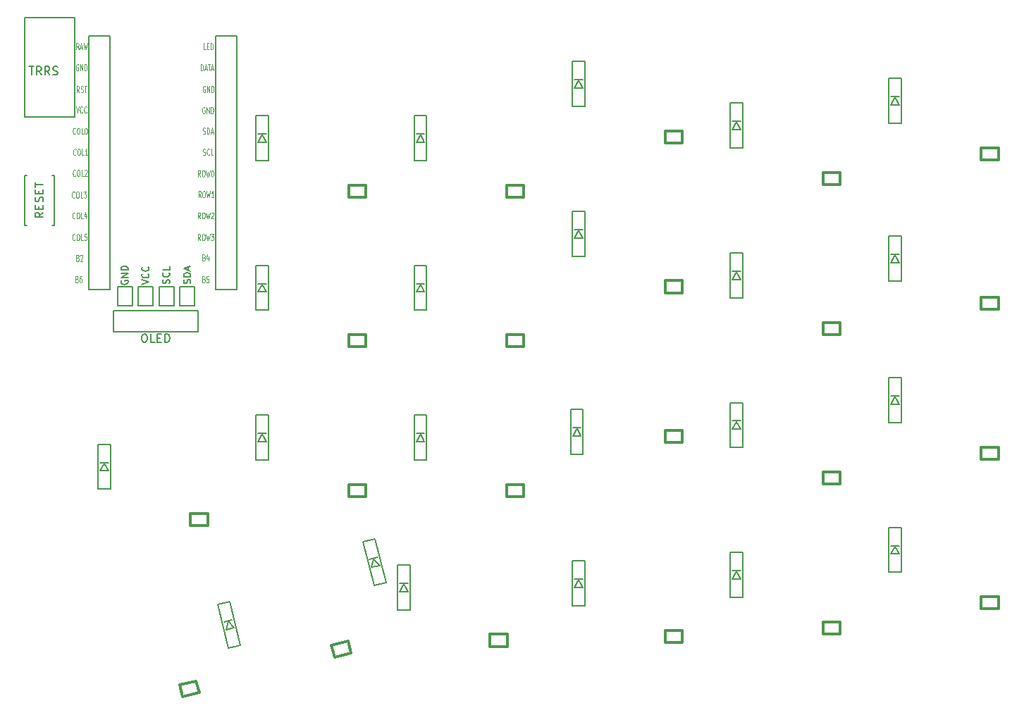
<source format=gbr>
G04 #@! TF.GenerationSoftware,KiCad,Pcbnew,(5.1.0)-1*
G04 #@! TF.CreationDate,2019-06-25T22:33:02+09:00*
G04 #@! TF.ProjectId,lunchbox52,6c756e63-6862-46f7-9835-322e6b696361,rev?*
G04 #@! TF.SameCoordinates,Original*
G04 #@! TF.FileFunction,Legend,Top*
G04 #@! TF.FilePolarity,Positive*
%FSLAX46Y46*%
G04 Gerber Fmt 4.6, Leading zero omitted, Abs format (unit mm)*
G04 Created by KiCad (PCBNEW (5.1.0)-1) date 2019-06-25 22:33:02*
%MOMM*%
%LPD*%
G04 APERTURE LIST*
%ADD10C,0.150000*%
%ADD11C,0.300000*%
%ADD12C,0.125000*%
G04 APERTURE END LIST*
D10*
X161800000Y-120400000D02*
X162300000Y-121300000D01*
X162300000Y-121300000D02*
X161300000Y-121300000D01*
X161300000Y-121300000D02*
X161800000Y-120400000D01*
X162300000Y-120300000D02*
X161300000Y-120300000D01*
X162550000Y-123500000D02*
X162550000Y-118100000D01*
X162550000Y-118100000D02*
X161050000Y-118100000D01*
X161050000Y-118100000D02*
X161050000Y-123500000D01*
X161050000Y-123500000D02*
X162550000Y-123500000D01*
X95500000Y-83000000D02*
X95500000Y-71000000D01*
X101500000Y-83000000D02*
X95500000Y-83000000D01*
X101500000Y-71000000D02*
X101500000Y-83000000D01*
X95500000Y-71000000D02*
X101500000Y-71000000D01*
X143000000Y-103100000D02*
X143500000Y-104000000D01*
X143500000Y-104000000D02*
X142500000Y-104000000D01*
X142500000Y-104000000D02*
X143000000Y-103100000D01*
X143500000Y-103000000D02*
X142500000Y-103000000D01*
X143750000Y-106200000D02*
X143750000Y-100800000D01*
X143750000Y-100800000D02*
X142250000Y-100800000D01*
X142250000Y-100800000D02*
X142250000Y-106200000D01*
X142250000Y-106200000D02*
X143750000Y-106200000D01*
X105000000Y-124600000D02*
X105500000Y-125500000D01*
X105500000Y-125500000D02*
X104500000Y-125500000D01*
X104500000Y-125500000D02*
X105000000Y-124600000D01*
X105500000Y-124500000D02*
X104500000Y-124500000D01*
X105750000Y-127700000D02*
X105750000Y-122300000D01*
X105750000Y-122300000D02*
X104250000Y-122300000D01*
X104250000Y-122300000D02*
X104250000Y-127700000D01*
X104250000Y-127700000D02*
X105750000Y-127700000D01*
X119925467Y-146801240D02*
X121380911Y-146438357D01*
X118619089Y-141561643D02*
X119925467Y-146801240D01*
X120074533Y-141198760D02*
X118619089Y-141561643D01*
X121380911Y-146438357D02*
X120074533Y-141198760D01*
X120364187Y-143393891D02*
X119393891Y-143635813D01*
X119635813Y-144606109D02*
X119903231Y-143611882D01*
X120606109Y-144364187D02*
X119635813Y-144606109D01*
X119903231Y-143611882D02*
X120606109Y-144364187D01*
X123250000Y-88200000D02*
X124750000Y-88200000D01*
X123250000Y-82800000D02*
X123250000Y-88200000D01*
X124750000Y-82800000D02*
X123250000Y-82800000D01*
X124750000Y-88200000D02*
X124750000Y-82800000D01*
X124500000Y-85000000D02*
X123500000Y-85000000D01*
X123500000Y-86000000D02*
X124000000Y-85100000D01*
X124500000Y-86000000D02*
X123500000Y-86000000D01*
X124000000Y-85100000D02*
X124500000Y-86000000D01*
X123250000Y-106200000D02*
X124750000Y-106200000D01*
X123250000Y-100800000D02*
X123250000Y-106200000D01*
X124750000Y-100800000D02*
X123250000Y-100800000D01*
X124750000Y-106200000D02*
X124750000Y-100800000D01*
X124500000Y-103000000D02*
X123500000Y-103000000D01*
X123500000Y-104000000D02*
X124000000Y-103100000D01*
X124500000Y-104000000D02*
X123500000Y-104000000D01*
X124000000Y-103100000D02*
X124500000Y-104000000D01*
X123250000Y-124200000D02*
X124750000Y-124200000D01*
X123250000Y-118800000D02*
X123250000Y-124200000D01*
X124750000Y-118800000D02*
X123250000Y-118800000D01*
X124750000Y-124200000D02*
X124750000Y-118800000D01*
X124500000Y-121000000D02*
X123500000Y-121000000D01*
X123500000Y-122000000D02*
X124000000Y-121100000D01*
X124500000Y-122000000D02*
X123500000Y-122000000D01*
X124000000Y-121100000D02*
X124500000Y-122000000D01*
X137425467Y-139301240D02*
X138880911Y-138938357D01*
X136119089Y-134061643D02*
X137425467Y-139301240D01*
X137574533Y-133698760D02*
X136119089Y-134061643D01*
X138880911Y-138938357D02*
X137574533Y-133698760D01*
X137864187Y-135893891D02*
X136893891Y-136135813D01*
X137135813Y-137106109D02*
X137403231Y-136111882D01*
X138106109Y-136864187D02*
X137135813Y-137106109D01*
X137403231Y-136111882D02*
X138106109Y-136864187D01*
X142250000Y-88200000D02*
X143750000Y-88200000D01*
X142250000Y-82800000D02*
X142250000Y-88200000D01*
X143750000Y-82800000D02*
X142250000Y-82800000D01*
X143750000Y-88200000D02*
X143750000Y-82800000D01*
X143500000Y-85000000D02*
X142500000Y-85000000D01*
X142500000Y-86000000D02*
X143000000Y-85100000D01*
X143500000Y-86000000D02*
X142500000Y-86000000D01*
X143000000Y-85100000D02*
X143500000Y-86000000D01*
X143000000Y-121100000D02*
X143500000Y-122000000D01*
X143500000Y-122000000D02*
X142500000Y-122000000D01*
X142500000Y-122000000D02*
X143000000Y-121100000D01*
X143500000Y-121000000D02*
X142500000Y-121000000D01*
X143750000Y-124200000D02*
X143750000Y-118800000D01*
X143750000Y-118800000D02*
X142250000Y-118800000D01*
X142250000Y-118800000D02*
X142250000Y-124200000D01*
X142250000Y-124200000D02*
X143750000Y-124200000D01*
X141000000Y-139100000D02*
X141500000Y-140000000D01*
X141500000Y-140000000D02*
X140500000Y-140000000D01*
X140500000Y-140000000D02*
X141000000Y-139100000D01*
X141500000Y-139000000D02*
X140500000Y-139000000D01*
X141750000Y-142200000D02*
X141750000Y-136800000D01*
X141750000Y-136800000D02*
X140250000Y-136800000D01*
X140250000Y-136800000D02*
X140250000Y-142200000D01*
X140250000Y-142200000D02*
X141750000Y-142200000D01*
X162000000Y-78600000D02*
X162500000Y-79500000D01*
X162500000Y-79500000D02*
X161500000Y-79500000D01*
X161500000Y-79500000D02*
X162000000Y-78600000D01*
X162500000Y-78500000D02*
X161500000Y-78500000D01*
X162750000Y-81700000D02*
X162750000Y-76300000D01*
X162750000Y-76300000D02*
X161250000Y-76300000D01*
X161250000Y-76300000D02*
X161250000Y-81700000D01*
X161250000Y-81700000D02*
X162750000Y-81700000D01*
X162000000Y-96600000D02*
X162500000Y-97500000D01*
X162500000Y-97500000D02*
X161500000Y-97500000D01*
X161500000Y-97500000D02*
X162000000Y-96600000D01*
X162500000Y-96500000D02*
X161500000Y-96500000D01*
X162750000Y-99700000D02*
X162750000Y-94300000D01*
X162750000Y-94300000D02*
X161250000Y-94300000D01*
X161250000Y-94300000D02*
X161250000Y-99700000D01*
X161250000Y-99700000D02*
X162750000Y-99700000D01*
X161250000Y-141700000D02*
X162750000Y-141700000D01*
X161250000Y-136300000D02*
X161250000Y-141700000D01*
X162750000Y-136300000D02*
X161250000Y-136300000D01*
X162750000Y-141700000D02*
X162750000Y-136300000D01*
X162500000Y-138500000D02*
X161500000Y-138500000D01*
X161500000Y-139500000D02*
X162000000Y-138600000D01*
X162500000Y-139500000D02*
X161500000Y-139500000D01*
X162000000Y-138600000D02*
X162500000Y-139500000D01*
X181000000Y-83600000D02*
X181500000Y-84500000D01*
X181500000Y-84500000D02*
X180500000Y-84500000D01*
X180500000Y-84500000D02*
X181000000Y-83600000D01*
X181500000Y-83500000D02*
X180500000Y-83500000D01*
X181750000Y-86700000D02*
X181750000Y-81300000D01*
X181750000Y-81300000D02*
X180250000Y-81300000D01*
X180250000Y-81300000D02*
X180250000Y-86700000D01*
X180250000Y-86700000D02*
X181750000Y-86700000D01*
X180250000Y-104700000D02*
X181750000Y-104700000D01*
X180250000Y-99300000D02*
X180250000Y-104700000D01*
X181750000Y-99300000D02*
X180250000Y-99300000D01*
X181750000Y-104700000D02*
X181750000Y-99300000D01*
X181500000Y-101500000D02*
X180500000Y-101500000D01*
X180500000Y-102500000D02*
X181000000Y-101600000D01*
X181500000Y-102500000D02*
X180500000Y-102500000D01*
X181000000Y-101600000D02*
X181500000Y-102500000D01*
X180250000Y-122700000D02*
X181750000Y-122700000D01*
X180250000Y-117300000D02*
X180250000Y-122700000D01*
X181750000Y-117300000D02*
X180250000Y-117300000D01*
X181750000Y-122700000D02*
X181750000Y-117300000D01*
X181500000Y-119500000D02*
X180500000Y-119500000D01*
X180500000Y-120500000D02*
X181000000Y-119600000D01*
X181500000Y-120500000D02*
X180500000Y-120500000D01*
X181000000Y-119600000D02*
X181500000Y-120500000D01*
X181000000Y-137600000D02*
X181500000Y-138500000D01*
X181500000Y-138500000D02*
X180500000Y-138500000D01*
X180500000Y-138500000D02*
X181000000Y-137600000D01*
X181500000Y-137500000D02*
X180500000Y-137500000D01*
X181750000Y-140700000D02*
X181750000Y-135300000D01*
X181750000Y-135300000D02*
X180250000Y-135300000D01*
X180250000Y-135300000D02*
X180250000Y-140700000D01*
X180250000Y-140700000D02*
X181750000Y-140700000D01*
X200000000Y-80600000D02*
X200500000Y-81500000D01*
X200500000Y-81500000D02*
X199500000Y-81500000D01*
X199500000Y-81500000D02*
X200000000Y-80600000D01*
X200500000Y-80500000D02*
X199500000Y-80500000D01*
X200750000Y-83700000D02*
X200750000Y-78300000D01*
X200750000Y-78300000D02*
X199250000Y-78300000D01*
X199250000Y-78300000D02*
X199250000Y-83700000D01*
X199250000Y-83700000D02*
X200750000Y-83700000D01*
X199250000Y-102700000D02*
X200750000Y-102700000D01*
X199250000Y-97300000D02*
X199250000Y-102700000D01*
X200750000Y-97300000D02*
X199250000Y-97300000D01*
X200750000Y-102700000D02*
X200750000Y-97300000D01*
X200500000Y-99500000D02*
X199500000Y-99500000D01*
X199500000Y-100500000D02*
X200000000Y-99600000D01*
X200500000Y-100500000D02*
X199500000Y-100500000D01*
X200000000Y-99600000D02*
X200500000Y-100500000D01*
X199250000Y-119700000D02*
X200750000Y-119700000D01*
X199250000Y-114300000D02*
X199250000Y-119700000D01*
X200750000Y-114300000D02*
X199250000Y-114300000D01*
X200750000Y-119700000D02*
X200750000Y-114300000D01*
X200500000Y-116500000D02*
X199500000Y-116500000D01*
X199500000Y-117500000D02*
X200000000Y-116600000D01*
X200500000Y-117500000D02*
X199500000Y-117500000D01*
X200000000Y-116600000D02*
X200500000Y-117500000D01*
X200000000Y-134600000D02*
X200500000Y-135500000D01*
X200500000Y-135500000D02*
X199500000Y-135500000D01*
X199500000Y-135500000D02*
X200000000Y-134600000D01*
X200500000Y-134500000D02*
X199500000Y-134500000D01*
X200750000Y-137700000D02*
X200750000Y-132300000D01*
X200750000Y-132300000D02*
X199250000Y-132300000D01*
X199250000Y-132300000D02*
X199250000Y-137700000D01*
X199250000Y-137700000D02*
X200750000Y-137700000D01*
X116270000Y-106230000D02*
X106110000Y-106230000D01*
X116270000Y-108770000D02*
X106110000Y-108770000D01*
X106110000Y-108770000D02*
X106110000Y-106230000D01*
X116270000Y-106230000D02*
X116270000Y-108770000D01*
X108389000Y-105643000D02*
X106611000Y-105643000D01*
X108389000Y-103357000D02*
X108389000Y-105643000D01*
X106611000Y-103357000D02*
X108389000Y-103357000D01*
X106611000Y-105643000D02*
X106611000Y-103357000D01*
X109111000Y-105643000D02*
X109111000Y-103357000D01*
X109111000Y-103357000D02*
X110889000Y-103357000D01*
X110889000Y-103357000D02*
X110889000Y-105643000D01*
X110889000Y-105643000D02*
X109111000Y-105643000D01*
X113389000Y-105643000D02*
X111611000Y-105643000D01*
X113389000Y-103357000D02*
X113389000Y-105643000D01*
X111611000Y-103357000D02*
X113389000Y-103357000D01*
X111611000Y-105643000D02*
X111611000Y-103357000D01*
X114111000Y-105643000D02*
X114111000Y-103357000D01*
X114111000Y-103357000D02*
X115889000Y-103357000D01*
X115889000Y-103357000D02*
X115889000Y-105643000D01*
X115889000Y-105643000D02*
X114111000Y-105643000D01*
D11*
X117430000Y-130610000D02*
X117430000Y-132060000D01*
X117430000Y-132060000D02*
X115380000Y-132060000D01*
X115380000Y-132060000D02*
X115380000Y-130610000D01*
X115380000Y-130610000D02*
X117430000Y-130610000D01*
X114075863Y-151244091D02*
X116064970Y-150748151D01*
X114426650Y-152651020D02*
X114075863Y-151244091D01*
X116415756Y-152155080D02*
X114426650Y-152651020D01*
X116064970Y-150748151D02*
X116415756Y-152155080D01*
X134380000Y-91150000D02*
X136430000Y-91150000D01*
X134380000Y-92600000D02*
X134380000Y-91150000D01*
X136430000Y-92600000D02*
X134380000Y-92600000D01*
X136430000Y-91150000D02*
X136430000Y-92600000D01*
X136430000Y-109150000D02*
X136430000Y-110600000D01*
X136430000Y-110600000D02*
X134380000Y-110600000D01*
X134380000Y-110600000D02*
X134380000Y-109150000D01*
X134380000Y-109150000D02*
X136430000Y-109150000D01*
X134380000Y-127150000D02*
X136430000Y-127150000D01*
X134380000Y-128600000D02*
X134380000Y-127150000D01*
X136430000Y-128600000D02*
X134380000Y-128600000D01*
X136430000Y-127150000D02*
X136430000Y-128600000D01*
X134314970Y-145998151D02*
X134665756Y-147405080D01*
X134665756Y-147405080D02*
X132676650Y-147901020D01*
X132676650Y-147901020D02*
X132325863Y-146494091D01*
X132325863Y-146494091D02*
X134314970Y-145998151D01*
X155430000Y-91150000D02*
X155430000Y-92600000D01*
X155430000Y-92600000D02*
X153380000Y-92600000D01*
X153380000Y-92600000D02*
X153380000Y-91150000D01*
X153380000Y-91150000D02*
X155430000Y-91150000D01*
X153380000Y-109150000D02*
X155430000Y-109150000D01*
X153380000Y-110600000D02*
X153380000Y-109150000D01*
X155430000Y-110600000D02*
X153380000Y-110600000D01*
X155430000Y-109150000D02*
X155430000Y-110600000D01*
X155430000Y-127150000D02*
X155430000Y-128600000D01*
X155430000Y-128600000D02*
X153380000Y-128600000D01*
X153380000Y-128600000D02*
X153380000Y-127150000D01*
X153380000Y-127150000D02*
X155430000Y-127150000D01*
X151380000Y-145150000D02*
X153430000Y-145150000D01*
X151380000Y-146600000D02*
X151380000Y-145150000D01*
X153430000Y-146600000D02*
X151380000Y-146600000D01*
X153430000Y-145150000D02*
X153430000Y-146600000D01*
X174430000Y-84650000D02*
X174430000Y-86100000D01*
X174430000Y-86100000D02*
X172380000Y-86100000D01*
X172380000Y-86100000D02*
X172380000Y-84650000D01*
X172380000Y-84650000D02*
X174430000Y-84650000D01*
X172380000Y-102650000D02*
X174430000Y-102650000D01*
X172380000Y-104100000D02*
X172380000Y-102650000D01*
X174430000Y-104100000D02*
X172380000Y-104100000D01*
X174430000Y-102650000D02*
X174430000Y-104100000D01*
X174430000Y-120650000D02*
X174430000Y-122100000D01*
X174430000Y-122100000D02*
X172380000Y-122100000D01*
X172380000Y-122100000D02*
X172380000Y-120650000D01*
X172380000Y-120650000D02*
X174430000Y-120650000D01*
X172380000Y-144650000D02*
X174430000Y-144650000D01*
X172380000Y-146100000D02*
X172380000Y-144650000D01*
X174430000Y-146100000D02*
X172380000Y-146100000D01*
X174430000Y-144650000D02*
X174430000Y-146100000D01*
X191380000Y-89650000D02*
X193430000Y-89650000D01*
X191380000Y-91100000D02*
X191380000Y-89650000D01*
X193430000Y-91100000D02*
X191380000Y-91100000D01*
X193430000Y-89650000D02*
X193430000Y-91100000D01*
X193430000Y-107650000D02*
X193430000Y-109100000D01*
X193430000Y-109100000D02*
X191380000Y-109100000D01*
X191380000Y-109100000D02*
X191380000Y-107650000D01*
X191380000Y-107650000D02*
X193430000Y-107650000D01*
X191380000Y-125650000D02*
X193430000Y-125650000D01*
X191380000Y-127100000D02*
X191380000Y-125650000D01*
X193430000Y-127100000D02*
X191380000Y-127100000D01*
X193430000Y-125650000D02*
X193430000Y-127100000D01*
X193430000Y-143650000D02*
X193430000Y-145100000D01*
X193430000Y-145100000D02*
X191380000Y-145100000D01*
X191380000Y-145100000D02*
X191380000Y-143650000D01*
X191380000Y-143650000D02*
X193430000Y-143650000D01*
X210380000Y-86650000D02*
X212430000Y-86650000D01*
X210380000Y-88100000D02*
X210380000Y-86650000D01*
X212430000Y-88100000D02*
X210380000Y-88100000D01*
X212430000Y-86650000D02*
X212430000Y-88100000D01*
X212430000Y-104650000D02*
X212430000Y-106100000D01*
X212430000Y-106100000D02*
X210380000Y-106100000D01*
X210380000Y-106100000D02*
X210380000Y-104650000D01*
X210380000Y-104650000D02*
X212430000Y-104650000D01*
X210380000Y-122650000D02*
X212430000Y-122650000D01*
X210380000Y-124100000D02*
X210380000Y-122650000D01*
X212430000Y-124100000D02*
X210380000Y-124100000D01*
X212430000Y-122650000D02*
X212430000Y-124100000D01*
X212430000Y-140650000D02*
X212430000Y-142100000D01*
X212430000Y-142100000D02*
X210380000Y-142100000D01*
X210380000Y-142100000D02*
X210380000Y-140650000D01*
X210380000Y-140650000D02*
X212430000Y-140650000D01*
D10*
X118386400Y-103732000D02*
X118386400Y-73252000D01*
X120926400Y-103732000D02*
X118386400Y-103732000D01*
X120926400Y-73252000D02*
X120926400Y-103732000D01*
X118386400Y-73252000D02*
X120926400Y-73252000D01*
X103166400Y-103732000D02*
X103166400Y-73252000D01*
X105706400Y-103732000D02*
X103166400Y-103732000D01*
X105706400Y-73252000D02*
X105706400Y-103732000D01*
X103166400Y-73252000D02*
X105706400Y-73252000D01*
X99000000Y-96000000D02*
X99000000Y-90000000D01*
X99000000Y-90000000D02*
X98750000Y-90000000D01*
X99000000Y-96000000D02*
X98750000Y-96000000D01*
X95500000Y-96000000D02*
X95750000Y-96000000D01*
X95500000Y-96000000D02*
X95500000Y-90000000D01*
X95500000Y-90000000D02*
X95750000Y-90000000D01*
X95988095Y-76902380D02*
X96559523Y-76902380D01*
X96273809Y-77902380D02*
X96273809Y-76902380D01*
X97464285Y-77902380D02*
X97130952Y-77426190D01*
X96892857Y-77902380D02*
X96892857Y-76902380D01*
X97273809Y-76902380D01*
X97369047Y-76950000D01*
X97416666Y-76997619D01*
X97464285Y-77092857D01*
X97464285Y-77235714D01*
X97416666Y-77330952D01*
X97369047Y-77378571D01*
X97273809Y-77426190D01*
X96892857Y-77426190D01*
X98464285Y-77902380D02*
X98130952Y-77426190D01*
X97892857Y-77902380D02*
X97892857Y-76902380D01*
X98273809Y-76902380D01*
X98369047Y-76950000D01*
X98416666Y-76997619D01*
X98464285Y-77092857D01*
X98464285Y-77235714D01*
X98416666Y-77330952D01*
X98369047Y-77378571D01*
X98273809Y-77426190D01*
X97892857Y-77426190D01*
X98845238Y-77854761D02*
X98988095Y-77902380D01*
X99226190Y-77902380D01*
X99321428Y-77854761D01*
X99369047Y-77807142D01*
X99416666Y-77711904D01*
X99416666Y-77616666D01*
X99369047Y-77521428D01*
X99321428Y-77473809D01*
X99226190Y-77426190D01*
X99035714Y-77378571D01*
X98940476Y-77330952D01*
X98892857Y-77283333D01*
X98845238Y-77188095D01*
X98845238Y-77092857D01*
X98892857Y-76997619D01*
X98940476Y-76950000D01*
X99035714Y-76902380D01*
X99273809Y-76902380D01*
X99416666Y-76950000D01*
X109747619Y-109052380D02*
X109938095Y-109052380D01*
X110033333Y-109100000D01*
X110128571Y-109195238D01*
X110176190Y-109385714D01*
X110176190Y-109719047D01*
X110128571Y-109909523D01*
X110033333Y-110004761D01*
X109938095Y-110052380D01*
X109747619Y-110052380D01*
X109652380Y-110004761D01*
X109557142Y-109909523D01*
X109509523Y-109719047D01*
X109509523Y-109385714D01*
X109557142Y-109195238D01*
X109652380Y-109100000D01*
X109747619Y-109052380D01*
X111080952Y-110052380D02*
X110604761Y-110052380D01*
X110604761Y-109052380D01*
X111414285Y-109528571D02*
X111747619Y-109528571D01*
X111890476Y-110052380D02*
X111414285Y-110052380D01*
X111414285Y-109052380D01*
X111890476Y-109052380D01*
X112319047Y-110052380D02*
X112319047Y-109052380D01*
X112557142Y-109052380D01*
X112700000Y-109100000D01*
X112795238Y-109195238D01*
X112842857Y-109290476D01*
X112890476Y-109480952D01*
X112890476Y-109623809D01*
X112842857Y-109814285D01*
X112795238Y-109909523D01*
X112700000Y-110004761D01*
X112557142Y-110052380D01*
X112319047Y-110052380D01*
X107093600Y-102619276D02*
X107054895Y-102696685D01*
X107054895Y-102812800D01*
X107093600Y-102928914D01*
X107171009Y-103006323D01*
X107248419Y-103045028D01*
X107403238Y-103083733D01*
X107519352Y-103083733D01*
X107674171Y-103045028D01*
X107751580Y-103006323D01*
X107828990Y-102928914D01*
X107867695Y-102812800D01*
X107867695Y-102735390D01*
X107828990Y-102619276D01*
X107790285Y-102580571D01*
X107519352Y-102580571D01*
X107519352Y-102735390D01*
X107867695Y-102232228D02*
X107054895Y-102232228D01*
X107867695Y-101767771D01*
X107054895Y-101767771D01*
X107867695Y-101380723D02*
X107054895Y-101380723D01*
X107054895Y-101187200D01*
X107093600Y-101071085D01*
X107171009Y-100993676D01*
X107248419Y-100954971D01*
X107403238Y-100916266D01*
X107519352Y-100916266D01*
X107674171Y-100954971D01*
X107751580Y-100993676D01*
X107828990Y-101071085D01*
X107867695Y-101187200D01*
X107867695Y-101380723D01*
X109554895Y-103083733D02*
X110367695Y-102812800D01*
X109554895Y-102541866D01*
X110290285Y-101806476D02*
X110328990Y-101845180D01*
X110367695Y-101961295D01*
X110367695Y-102038704D01*
X110328990Y-102154819D01*
X110251580Y-102232228D01*
X110174171Y-102270933D01*
X110019352Y-102309638D01*
X109903238Y-102309638D01*
X109748419Y-102270933D01*
X109671009Y-102232228D01*
X109593600Y-102154819D01*
X109554895Y-102038704D01*
X109554895Y-101961295D01*
X109593600Y-101845180D01*
X109632304Y-101806476D01*
X110290285Y-100993676D02*
X110328990Y-101032380D01*
X110367695Y-101148495D01*
X110367695Y-101225904D01*
X110328990Y-101342019D01*
X110251580Y-101419428D01*
X110174171Y-101458133D01*
X110019352Y-101496838D01*
X109903238Y-101496838D01*
X109748419Y-101458133D01*
X109671009Y-101419428D01*
X109593600Y-101342019D01*
X109554895Y-101225904D01*
X109554895Y-101148495D01*
X109593600Y-101032380D01*
X109632304Y-100993676D01*
X112828990Y-102967619D02*
X112867695Y-102851504D01*
X112867695Y-102657980D01*
X112828990Y-102580571D01*
X112790285Y-102541866D01*
X112712876Y-102503161D01*
X112635466Y-102503161D01*
X112558057Y-102541866D01*
X112519352Y-102580571D01*
X112480647Y-102657980D01*
X112441942Y-102812800D01*
X112403238Y-102890209D01*
X112364533Y-102928914D01*
X112287123Y-102967619D01*
X112209714Y-102967619D01*
X112132304Y-102928914D01*
X112093600Y-102890209D01*
X112054895Y-102812800D01*
X112054895Y-102619276D01*
X112093600Y-102503161D01*
X112790285Y-101690361D02*
X112828990Y-101729066D01*
X112867695Y-101845180D01*
X112867695Y-101922590D01*
X112828990Y-102038704D01*
X112751580Y-102116114D01*
X112674171Y-102154819D01*
X112519352Y-102193523D01*
X112403238Y-102193523D01*
X112248419Y-102154819D01*
X112171009Y-102116114D01*
X112093600Y-102038704D01*
X112054895Y-101922590D01*
X112054895Y-101845180D01*
X112093600Y-101729066D01*
X112132304Y-101690361D01*
X112867695Y-100954971D02*
X112867695Y-101342019D01*
X112054895Y-101342019D01*
X115328990Y-102986971D02*
X115367695Y-102870857D01*
X115367695Y-102677333D01*
X115328990Y-102599923D01*
X115290285Y-102561219D01*
X115212876Y-102522514D01*
X115135466Y-102522514D01*
X115058057Y-102561219D01*
X115019352Y-102599923D01*
X114980647Y-102677333D01*
X114941942Y-102832152D01*
X114903238Y-102909561D01*
X114864533Y-102948266D01*
X114787123Y-102986971D01*
X114709714Y-102986971D01*
X114632304Y-102948266D01*
X114593600Y-102909561D01*
X114554895Y-102832152D01*
X114554895Y-102638628D01*
X114593600Y-102522514D01*
X115367695Y-102174171D02*
X114554895Y-102174171D01*
X114554895Y-101980647D01*
X114593600Y-101864533D01*
X114671009Y-101787123D01*
X114748419Y-101748419D01*
X114903238Y-101709714D01*
X115019352Y-101709714D01*
X115174171Y-101748419D01*
X115251580Y-101787123D01*
X115328990Y-101864533D01*
X115367695Y-101980647D01*
X115367695Y-102174171D01*
X115135466Y-101400076D02*
X115135466Y-101013028D01*
X115367695Y-101477485D02*
X114554895Y-101206552D01*
X115367695Y-100935619D01*
D12*
X116619047Y-92641285D02*
X116452380Y-92284142D01*
X116333333Y-92641285D02*
X116333333Y-91891285D01*
X116523809Y-91891285D01*
X116571428Y-91927000D01*
X116595238Y-91962714D01*
X116619047Y-92034142D01*
X116619047Y-92141285D01*
X116595238Y-92212714D01*
X116571428Y-92248428D01*
X116523809Y-92284142D01*
X116333333Y-92284142D01*
X116928571Y-91891285D02*
X117023809Y-91891285D01*
X117071428Y-91927000D01*
X117119047Y-91998428D01*
X117142857Y-92141285D01*
X117142857Y-92391285D01*
X117119047Y-92534142D01*
X117071428Y-92605571D01*
X117023809Y-92641285D01*
X116928571Y-92641285D01*
X116880952Y-92605571D01*
X116833333Y-92534142D01*
X116809523Y-92391285D01*
X116809523Y-92141285D01*
X116833333Y-91998428D01*
X116880952Y-91927000D01*
X116928571Y-91891285D01*
X117309523Y-91891285D02*
X117428571Y-92641285D01*
X117523809Y-92105571D01*
X117619047Y-92641285D01*
X117738095Y-91891285D01*
X118190476Y-92641285D02*
X117904761Y-92641285D01*
X118047619Y-92641285D02*
X118047619Y-91891285D01*
X118000000Y-91998428D01*
X117952380Y-92069857D01*
X117904761Y-92105571D01*
X101502380Y-95117857D02*
X101478571Y-95153571D01*
X101407142Y-95189285D01*
X101359523Y-95189285D01*
X101288095Y-95153571D01*
X101240476Y-95082142D01*
X101216666Y-95010714D01*
X101192857Y-94867857D01*
X101192857Y-94760714D01*
X101216666Y-94617857D01*
X101240476Y-94546428D01*
X101288095Y-94475000D01*
X101359523Y-94439285D01*
X101407142Y-94439285D01*
X101478571Y-94475000D01*
X101502380Y-94510714D01*
X101811904Y-94439285D02*
X101907142Y-94439285D01*
X101954761Y-94475000D01*
X102002380Y-94546428D01*
X102026190Y-94689285D01*
X102026190Y-94939285D01*
X102002380Y-95082142D01*
X101954761Y-95153571D01*
X101907142Y-95189285D01*
X101811904Y-95189285D01*
X101764285Y-95153571D01*
X101716666Y-95082142D01*
X101692857Y-94939285D01*
X101692857Y-94689285D01*
X101716666Y-94546428D01*
X101764285Y-94475000D01*
X101811904Y-94439285D01*
X102478571Y-95189285D02*
X102240476Y-95189285D01*
X102240476Y-94439285D01*
X102859523Y-94689285D02*
X102859523Y-95189285D01*
X102740476Y-94403571D02*
X102621428Y-94939285D01*
X102930952Y-94939285D01*
X116569047Y-95189285D02*
X116402380Y-94832142D01*
X116283333Y-95189285D02*
X116283333Y-94439285D01*
X116473809Y-94439285D01*
X116521428Y-94475000D01*
X116545238Y-94510714D01*
X116569047Y-94582142D01*
X116569047Y-94689285D01*
X116545238Y-94760714D01*
X116521428Y-94796428D01*
X116473809Y-94832142D01*
X116283333Y-94832142D01*
X116878571Y-94439285D02*
X116973809Y-94439285D01*
X117021428Y-94475000D01*
X117069047Y-94546428D01*
X117092857Y-94689285D01*
X117092857Y-94939285D01*
X117069047Y-95082142D01*
X117021428Y-95153571D01*
X116973809Y-95189285D01*
X116878571Y-95189285D01*
X116830952Y-95153571D01*
X116783333Y-95082142D01*
X116759523Y-94939285D01*
X116759523Y-94689285D01*
X116783333Y-94546428D01*
X116830952Y-94475000D01*
X116878571Y-94439285D01*
X117259523Y-94439285D02*
X117378571Y-95189285D01*
X117473809Y-94653571D01*
X117569047Y-95189285D01*
X117688095Y-94439285D01*
X117854761Y-94510714D02*
X117878571Y-94475000D01*
X117926190Y-94439285D01*
X118045238Y-94439285D01*
X118092857Y-94475000D01*
X118116666Y-94510714D01*
X118140476Y-94582142D01*
X118140476Y-94653571D01*
X118116666Y-94760714D01*
X117830952Y-95189285D01*
X118140476Y-95189285D01*
X101502380Y-97713357D02*
X101478571Y-97749071D01*
X101407142Y-97784785D01*
X101359523Y-97784785D01*
X101288095Y-97749071D01*
X101240476Y-97677642D01*
X101216666Y-97606214D01*
X101192857Y-97463357D01*
X101192857Y-97356214D01*
X101216666Y-97213357D01*
X101240476Y-97141928D01*
X101288095Y-97070500D01*
X101359523Y-97034785D01*
X101407142Y-97034785D01*
X101478571Y-97070500D01*
X101502380Y-97106214D01*
X101811904Y-97034785D02*
X101907142Y-97034785D01*
X101954761Y-97070500D01*
X102002380Y-97141928D01*
X102026190Y-97284785D01*
X102026190Y-97534785D01*
X102002380Y-97677642D01*
X101954761Y-97749071D01*
X101907142Y-97784785D01*
X101811904Y-97784785D01*
X101764285Y-97749071D01*
X101716666Y-97677642D01*
X101692857Y-97534785D01*
X101692857Y-97284785D01*
X101716666Y-97141928D01*
X101764285Y-97070500D01*
X101811904Y-97034785D01*
X102478571Y-97784785D02*
X102240476Y-97784785D01*
X102240476Y-97034785D01*
X102883333Y-97034785D02*
X102645238Y-97034785D01*
X102621428Y-97391928D01*
X102645238Y-97356214D01*
X102692857Y-97320500D01*
X102811904Y-97320500D01*
X102859523Y-97356214D01*
X102883333Y-97391928D01*
X102907142Y-97463357D01*
X102907142Y-97641928D01*
X102883333Y-97713357D01*
X102859523Y-97749071D01*
X102811904Y-97784785D01*
X102692857Y-97784785D01*
X102645238Y-97749071D01*
X102621428Y-97713357D01*
X116569047Y-97784785D02*
X116402380Y-97427642D01*
X116283333Y-97784785D02*
X116283333Y-97034785D01*
X116473809Y-97034785D01*
X116521428Y-97070500D01*
X116545238Y-97106214D01*
X116569047Y-97177642D01*
X116569047Y-97284785D01*
X116545238Y-97356214D01*
X116521428Y-97391928D01*
X116473809Y-97427642D01*
X116283333Y-97427642D01*
X116878571Y-97034785D02*
X116973809Y-97034785D01*
X117021428Y-97070500D01*
X117069047Y-97141928D01*
X117092857Y-97284785D01*
X117092857Y-97534785D01*
X117069047Y-97677642D01*
X117021428Y-97749071D01*
X116973809Y-97784785D01*
X116878571Y-97784785D01*
X116830952Y-97749071D01*
X116783333Y-97677642D01*
X116759523Y-97534785D01*
X116759523Y-97284785D01*
X116783333Y-97141928D01*
X116830952Y-97070500D01*
X116878571Y-97034785D01*
X117259523Y-97034785D02*
X117378571Y-97784785D01*
X117473809Y-97249071D01*
X117569047Y-97784785D01*
X117688095Y-97034785D01*
X117830952Y-97034785D02*
X118140476Y-97034785D01*
X117973809Y-97320500D01*
X118045238Y-97320500D01*
X118092857Y-97356214D01*
X118116666Y-97391928D01*
X118140476Y-97463357D01*
X118140476Y-97641928D01*
X118116666Y-97713357D01*
X118092857Y-97749071D01*
X118045238Y-97784785D01*
X117902380Y-97784785D01*
X117854761Y-97749071D01*
X117830952Y-97713357D01*
X101847619Y-99896428D02*
X101919047Y-99932142D01*
X101942857Y-99967857D01*
X101966666Y-100039285D01*
X101966666Y-100146428D01*
X101942857Y-100217857D01*
X101919047Y-100253571D01*
X101871428Y-100289285D01*
X101680952Y-100289285D01*
X101680952Y-99539285D01*
X101847619Y-99539285D01*
X101895238Y-99575000D01*
X101919047Y-99610714D01*
X101942857Y-99682142D01*
X101942857Y-99753571D01*
X101919047Y-99825000D01*
X101895238Y-99860714D01*
X101847619Y-99896428D01*
X101680952Y-99896428D01*
X102157142Y-99610714D02*
X102180952Y-99575000D01*
X102228571Y-99539285D01*
X102347619Y-99539285D01*
X102395238Y-99575000D01*
X102419047Y-99610714D01*
X102442857Y-99682142D01*
X102442857Y-99753571D01*
X102419047Y-99860714D01*
X102133333Y-100289285D01*
X102442857Y-100289285D01*
X116997619Y-99868428D02*
X117069047Y-99904142D01*
X117092857Y-99939857D01*
X117116666Y-100011285D01*
X117116666Y-100118428D01*
X117092857Y-100189857D01*
X117069047Y-100225571D01*
X117021428Y-100261285D01*
X116830952Y-100261285D01*
X116830952Y-99511285D01*
X116997619Y-99511285D01*
X117045238Y-99547000D01*
X117069047Y-99582714D01*
X117092857Y-99654142D01*
X117092857Y-99725571D01*
X117069047Y-99797000D01*
X117045238Y-99832714D01*
X116997619Y-99868428D01*
X116830952Y-99868428D01*
X117545238Y-99761285D02*
X117545238Y-100261285D01*
X117426190Y-99475571D02*
X117307142Y-100011285D01*
X117616666Y-100011285D01*
X116997619Y-102471928D02*
X117069047Y-102507642D01*
X117092857Y-102543357D01*
X117116666Y-102614785D01*
X117116666Y-102721928D01*
X117092857Y-102793357D01*
X117069047Y-102829071D01*
X117021428Y-102864785D01*
X116830952Y-102864785D01*
X116830952Y-102114785D01*
X116997619Y-102114785D01*
X117045238Y-102150500D01*
X117069047Y-102186214D01*
X117092857Y-102257642D01*
X117092857Y-102329071D01*
X117069047Y-102400500D01*
X117045238Y-102436214D01*
X116997619Y-102471928D01*
X116830952Y-102471928D01*
X117569047Y-102114785D02*
X117330952Y-102114785D01*
X117307142Y-102471928D01*
X117330952Y-102436214D01*
X117378571Y-102400500D01*
X117497619Y-102400500D01*
X117545238Y-102436214D01*
X117569047Y-102471928D01*
X117592857Y-102543357D01*
X117592857Y-102721928D01*
X117569047Y-102793357D01*
X117545238Y-102829071D01*
X117497619Y-102864785D01*
X117378571Y-102864785D01*
X117330952Y-102829071D01*
X117307142Y-102793357D01*
X101747619Y-102446428D02*
X101819047Y-102482142D01*
X101842857Y-102517857D01*
X101866666Y-102589285D01*
X101866666Y-102696428D01*
X101842857Y-102767857D01*
X101819047Y-102803571D01*
X101771428Y-102839285D01*
X101580952Y-102839285D01*
X101580952Y-102089285D01*
X101747619Y-102089285D01*
X101795238Y-102125000D01*
X101819047Y-102160714D01*
X101842857Y-102232142D01*
X101842857Y-102303571D01*
X101819047Y-102375000D01*
X101795238Y-102410714D01*
X101747619Y-102446428D01*
X101580952Y-102446428D01*
X102295238Y-102089285D02*
X102200000Y-102089285D01*
X102152380Y-102125000D01*
X102128571Y-102160714D01*
X102080952Y-102267857D01*
X102057142Y-102410714D01*
X102057142Y-102696428D01*
X102080952Y-102767857D01*
X102104761Y-102803571D01*
X102152380Y-102839285D01*
X102247619Y-102839285D01*
X102295238Y-102803571D01*
X102319047Y-102767857D01*
X102342857Y-102696428D01*
X102342857Y-102517857D01*
X102319047Y-102446428D01*
X102295238Y-102410714D01*
X102247619Y-102375000D01*
X102152380Y-102375000D01*
X102104761Y-102410714D01*
X102080952Y-102446428D01*
X102057142Y-102517857D01*
X101552380Y-84967857D02*
X101528571Y-85003571D01*
X101457142Y-85039285D01*
X101409523Y-85039285D01*
X101338095Y-85003571D01*
X101290476Y-84932142D01*
X101266666Y-84860714D01*
X101242857Y-84717857D01*
X101242857Y-84610714D01*
X101266666Y-84467857D01*
X101290476Y-84396428D01*
X101338095Y-84325000D01*
X101409523Y-84289285D01*
X101457142Y-84289285D01*
X101528571Y-84325000D01*
X101552380Y-84360714D01*
X101861904Y-84289285D02*
X101957142Y-84289285D01*
X102004761Y-84325000D01*
X102052380Y-84396428D01*
X102076190Y-84539285D01*
X102076190Y-84789285D01*
X102052380Y-84932142D01*
X102004761Y-85003571D01*
X101957142Y-85039285D01*
X101861904Y-85039285D01*
X101814285Y-85003571D01*
X101766666Y-84932142D01*
X101742857Y-84789285D01*
X101742857Y-84539285D01*
X101766666Y-84396428D01*
X101814285Y-84325000D01*
X101861904Y-84289285D01*
X102528571Y-85039285D02*
X102290476Y-85039285D01*
X102290476Y-84289285D01*
X102790476Y-84289285D02*
X102838095Y-84289285D01*
X102885714Y-84325000D01*
X102909523Y-84360714D01*
X102933333Y-84432142D01*
X102957142Y-84575000D01*
X102957142Y-84753571D01*
X102933333Y-84896428D01*
X102909523Y-84967857D01*
X102885714Y-85003571D01*
X102838095Y-85039285D01*
X102790476Y-85039285D01*
X102742857Y-85003571D01*
X102719047Y-84967857D01*
X102695238Y-84896428D01*
X102671428Y-84753571D01*
X102671428Y-84575000D01*
X102695238Y-84432142D01*
X102719047Y-84360714D01*
X102742857Y-84325000D01*
X102790476Y-84289285D01*
X116853857Y-84985571D02*
X116925285Y-85021285D01*
X117044333Y-85021285D01*
X117091952Y-84985571D01*
X117115761Y-84949857D01*
X117139571Y-84878428D01*
X117139571Y-84807000D01*
X117115761Y-84735571D01*
X117091952Y-84699857D01*
X117044333Y-84664142D01*
X116949095Y-84628428D01*
X116901476Y-84592714D01*
X116877666Y-84557000D01*
X116853857Y-84485571D01*
X116853857Y-84414142D01*
X116877666Y-84342714D01*
X116901476Y-84307000D01*
X116949095Y-84271285D01*
X117068142Y-84271285D01*
X117139571Y-84307000D01*
X117353857Y-85021285D02*
X117353857Y-84271285D01*
X117472904Y-84271285D01*
X117544333Y-84307000D01*
X117591952Y-84378428D01*
X117615761Y-84449857D01*
X117639571Y-84592714D01*
X117639571Y-84699857D01*
X117615761Y-84842714D01*
X117591952Y-84914142D01*
X117544333Y-84985571D01*
X117472904Y-85021285D01*
X117353857Y-85021285D01*
X117830047Y-84807000D02*
X118068142Y-84807000D01*
X117782428Y-85021285D02*
X117949095Y-84271285D01*
X118115761Y-85021285D01*
X101602380Y-87489857D02*
X101578571Y-87525571D01*
X101507142Y-87561285D01*
X101459523Y-87561285D01*
X101388095Y-87525571D01*
X101340476Y-87454142D01*
X101316666Y-87382714D01*
X101292857Y-87239857D01*
X101292857Y-87132714D01*
X101316666Y-86989857D01*
X101340476Y-86918428D01*
X101388095Y-86847000D01*
X101459523Y-86811285D01*
X101507142Y-86811285D01*
X101578571Y-86847000D01*
X101602380Y-86882714D01*
X101911904Y-86811285D02*
X102007142Y-86811285D01*
X102054761Y-86847000D01*
X102102380Y-86918428D01*
X102126190Y-87061285D01*
X102126190Y-87311285D01*
X102102380Y-87454142D01*
X102054761Y-87525571D01*
X102007142Y-87561285D01*
X101911904Y-87561285D01*
X101864285Y-87525571D01*
X101816666Y-87454142D01*
X101792857Y-87311285D01*
X101792857Y-87061285D01*
X101816666Y-86918428D01*
X101864285Y-86847000D01*
X101911904Y-86811285D01*
X102578571Y-87561285D02*
X102340476Y-87561285D01*
X102340476Y-86811285D01*
X103007142Y-87561285D02*
X102721428Y-87561285D01*
X102864285Y-87561285D02*
X102864285Y-86811285D01*
X102816666Y-86918428D01*
X102769047Y-86989857D01*
X102721428Y-87025571D01*
X116865761Y-87525571D02*
X116937190Y-87561285D01*
X117056238Y-87561285D01*
X117103857Y-87525571D01*
X117127666Y-87489857D01*
X117151476Y-87418428D01*
X117151476Y-87347000D01*
X117127666Y-87275571D01*
X117103857Y-87239857D01*
X117056238Y-87204142D01*
X116961000Y-87168428D01*
X116913380Y-87132714D01*
X116889571Y-87097000D01*
X116865761Y-87025571D01*
X116865761Y-86954142D01*
X116889571Y-86882714D01*
X116913380Y-86847000D01*
X116961000Y-86811285D01*
X117080047Y-86811285D01*
X117151476Y-86847000D01*
X117651476Y-87489857D02*
X117627666Y-87525571D01*
X117556238Y-87561285D01*
X117508619Y-87561285D01*
X117437190Y-87525571D01*
X117389571Y-87454142D01*
X117365761Y-87382714D01*
X117341952Y-87239857D01*
X117341952Y-87132714D01*
X117365761Y-86989857D01*
X117389571Y-86918428D01*
X117437190Y-86847000D01*
X117508619Y-86811285D01*
X117556238Y-86811285D01*
X117627666Y-86847000D01*
X117651476Y-86882714D01*
X118103857Y-87561285D02*
X117865761Y-87561285D01*
X117865761Y-86811285D01*
X101552380Y-90029857D02*
X101528571Y-90065571D01*
X101457142Y-90101285D01*
X101409523Y-90101285D01*
X101338095Y-90065571D01*
X101290476Y-89994142D01*
X101266666Y-89922714D01*
X101242857Y-89779857D01*
X101242857Y-89672714D01*
X101266666Y-89529857D01*
X101290476Y-89458428D01*
X101338095Y-89387000D01*
X101409523Y-89351285D01*
X101457142Y-89351285D01*
X101528571Y-89387000D01*
X101552380Y-89422714D01*
X101861904Y-89351285D02*
X101957142Y-89351285D01*
X102004761Y-89387000D01*
X102052380Y-89458428D01*
X102076190Y-89601285D01*
X102076190Y-89851285D01*
X102052380Y-89994142D01*
X102004761Y-90065571D01*
X101957142Y-90101285D01*
X101861904Y-90101285D01*
X101814285Y-90065571D01*
X101766666Y-89994142D01*
X101742857Y-89851285D01*
X101742857Y-89601285D01*
X101766666Y-89458428D01*
X101814285Y-89387000D01*
X101861904Y-89351285D01*
X102528571Y-90101285D02*
X102290476Y-90101285D01*
X102290476Y-89351285D01*
X102671428Y-89422714D02*
X102695238Y-89387000D01*
X102742857Y-89351285D01*
X102861904Y-89351285D01*
X102909523Y-89387000D01*
X102933333Y-89422714D01*
X102957142Y-89494142D01*
X102957142Y-89565571D01*
X102933333Y-89672714D01*
X102647619Y-90101285D01*
X102957142Y-90101285D01*
X116569047Y-90139285D02*
X116402380Y-89782142D01*
X116283333Y-90139285D02*
X116283333Y-89389285D01*
X116473809Y-89389285D01*
X116521428Y-89425000D01*
X116545238Y-89460714D01*
X116569047Y-89532142D01*
X116569047Y-89639285D01*
X116545238Y-89710714D01*
X116521428Y-89746428D01*
X116473809Y-89782142D01*
X116283333Y-89782142D01*
X116878571Y-89389285D02*
X116973809Y-89389285D01*
X117021428Y-89425000D01*
X117069047Y-89496428D01*
X117092857Y-89639285D01*
X117092857Y-89889285D01*
X117069047Y-90032142D01*
X117021428Y-90103571D01*
X116973809Y-90139285D01*
X116878571Y-90139285D01*
X116830952Y-90103571D01*
X116783333Y-90032142D01*
X116759523Y-89889285D01*
X116759523Y-89639285D01*
X116783333Y-89496428D01*
X116830952Y-89425000D01*
X116878571Y-89389285D01*
X117259523Y-89389285D02*
X117378571Y-90139285D01*
X117473809Y-89603571D01*
X117569047Y-90139285D01*
X117688095Y-89389285D01*
X117973809Y-89389285D02*
X118021428Y-89389285D01*
X118069047Y-89425000D01*
X118092857Y-89460714D01*
X118116666Y-89532142D01*
X118140476Y-89675000D01*
X118140476Y-89853571D01*
X118116666Y-89996428D01*
X118092857Y-90067857D01*
X118069047Y-90103571D01*
X118021428Y-90139285D01*
X117973809Y-90139285D01*
X117926190Y-90103571D01*
X117902380Y-90067857D01*
X117878571Y-89996428D01*
X117854761Y-89853571D01*
X117854761Y-89675000D01*
X117878571Y-89532142D01*
X117902380Y-89460714D01*
X117926190Y-89425000D01*
X117973809Y-89389285D01*
X101452380Y-92617857D02*
X101428571Y-92653571D01*
X101357142Y-92689285D01*
X101309523Y-92689285D01*
X101238095Y-92653571D01*
X101190476Y-92582142D01*
X101166666Y-92510714D01*
X101142857Y-92367857D01*
X101142857Y-92260714D01*
X101166666Y-92117857D01*
X101190476Y-92046428D01*
X101238095Y-91975000D01*
X101309523Y-91939285D01*
X101357142Y-91939285D01*
X101428571Y-91975000D01*
X101452380Y-92010714D01*
X101761904Y-91939285D02*
X101857142Y-91939285D01*
X101904761Y-91975000D01*
X101952380Y-92046428D01*
X101976190Y-92189285D01*
X101976190Y-92439285D01*
X101952380Y-92582142D01*
X101904761Y-92653571D01*
X101857142Y-92689285D01*
X101761904Y-92689285D01*
X101714285Y-92653571D01*
X101666666Y-92582142D01*
X101642857Y-92439285D01*
X101642857Y-92189285D01*
X101666666Y-92046428D01*
X101714285Y-91975000D01*
X101761904Y-91939285D01*
X102428571Y-92689285D02*
X102190476Y-92689285D01*
X102190476Y-91939285D01*
X102547619Y-91939285D02*
X102857142Y-91939285D01*
X102690476Y-92225000D01*
X102761904Y-92225000D01*
X102809523Y-92260714D01*
X102833333Y-92296428D01*
X102857142Y-92367857D01*
X102857142Y-92546428D01*
X102833333Y-92617857D01*
X102809523Y-92653571D01*
X102761904Y-92689285D01*
X102619047Y-92689285D01*
X102571428Y-92653571D01*
X102547619Y-92617857D01*
X117080047Y-81830500D02*
X117032428Y-81794785D01*
X116961000Y-81794785D01*
X116889571Y-81830500D01*
X116841952Y-81901928D01*
X116818142Y-81973357D01*
X116794333Y-82116214D01*
X116794333Y-82223357D01*
X116818142Y-82366214D01*
X116841952Y-82437642D01*
X116889571Y-82509071D01*
X116961000Y-82544785D01*
X117008619Y-82544785D01*
X117080047Y-82509071D01*
X117103857Y-82473357D01*
X117103857Y-82223357D01*
X117008619Y-82223357D01*
X117318142Y-82544785D02*
X117318142Y-81794785D01*
X117603857Y-82544785D01*
X117603857Y-81794785D01*
X117841952Y-82544785D02*
X117841952Y-81794785D01*
X117961000Y-81794785D01*
X118032428Y-81830500D01*
X118080047Y-81901928D01*
X118103857Y-81973357D01*
X118127666Y-82116214D01*
X118127666Y-82223357D01*
X118103857Y-82366214D01*
X118080047Y-82437642D01*
X118032428Y-82509071D01*
X117961000Y-82544785D01*
X117841952Y-82544785D01*
X101617833Y-81731285D02*
X101784500Y-82481285D01*
X101951166Y-81731285D01*
X102403547Y-82409857D02*
X102379738Y-82445571D01*
X102308309Y-82481285D01*
X102260690Y-82481285D01*
X102189261Y-82445571D01*
X102141642Y-82374142D01*
X102117833Y-82302714D01*
X102094023Y-82159857D01*
X102094023Y-82052714D01*
X102117833Y-81909857D01*
X102141642Y-81838428D01*
X102189261Y-81767000D01*
X102260690Y-81731285D01*
X102308309Y-81731285D01*
X102379738Y-81767000D01*
X102403547Y-81802714D01*
X102903547Y-82409857D02*
X102879738Y-82445571D01*
X102808309Y-82481285D01*
X102760690Y-82481285D01*
X102689261Y-82445571D01*
X102641642Y-82374142D01*
X102617833Y-82302714D01*
X102594023Y-82159857D01*
X102594023Y-82052714D01*
X102617833Y-81909857D01*
X102641642Y-81838428D01*
X102689261Y-81767000D01*
X102760690Y-81731285D01*
X102808309Y-81731285D01*
X102879738Y-81767000D01*
X102903547Y-81802714D01*
X117143547Y-79290500D02*
X117095928Y-79254785D01*
X117024500Y-79254785D01*
X116953071Y-79290500D01*
X116905452Y-79361928D01*
X116881642Y-79433357D01*
X116857833Y-79576214D01*
X116857833Y-79683357D01*
X116881642Y-79826214D01*
X116905452Y-79897642D01*
X116953071Y-79969071D01*
X117024500Y-80004785D01*
X117072119Y-80004785D01*
X117143547Y-79969071D01*
X117167357Y-79933357D01*
X117167357Y-79683357D01*
X117072119Y-79683357D01*
X117381642Y-80004785D02*
X117381642Y-79254785D01*
X117667357Y-80004785D01*
X117667357Y-79254785D01*
X117905452Y-80004785D02*
X117905452Y-79254785D01*
X118024500Y-79254785D01*
X118095928Y-79290500D01*
X118143547Y-79361928D01*
X118167357Y-79433357D01*
X118191166Y-79576214D01*
X118191166Y-79683357D01*
X118167357Y-79826214D01*
X118143547Y-79897642D01*
X118095928Y-79969071D01*
X118024500Y-80004785D01*
X117905452Y-80004785D01*
X102010690Y-80004785D02*
X101844023Y-79647642D01*
X101724976Y-80004785D02*
X101724976Y-79254785D01*
X101915452Y-79254785D01*
X101963071Y-79290500D01*
X101986880Y-79326214D01*
X102010690Y-79397642D01*
X102010690Y-79504785D01*
X101986880Y-79576214D01*
X101963071Y-79611928D01*
X101915452Y-79647642D01*
X101724976Y-79647642D01*
X102201166Y-79969071D02*
X102272595Y-80004785D01*
X102391642Y-80004785D01*
X102439261Y-79969071D01*
X102463071Y-79933357D01*
X102486880Y-79861928D01*
X102486880Y-79790500D01*
X102463071Y-79719071D01*
X102439261Y-79683357D01*
X102391642Y-79647642D01*
X102296404Y-79611928D01*
X102248785Y-79576214D01*
X102224976Y-79540500D01*
X102201166Y-79469071D01*
X102201166Y-79397642D01*
X102224976Y-79326214D01*
X102248785Y-79290500D01*
X102296404Y-79254785D01*
X102415452Y-79254785D01*
X102486880Y-79290500D01*
X102629738Y-79254785D02*
X102915452Y-79254785D01*
X102772595Y-80004785D02*
X102772595Y-79254785D01*
X116600000Y-77389285D02*
X116600000Y-76639285D01*
X116719047Y-76639285D01*
X116790476Y-76675000D01*
X116838095Y-76746428D01*
X116861904Y-76817857D01*
X116885714Y-76960714D01*
X116885714Y-77067857D01*
X116861904Y-77210714D01*
X116838095Y-77282142D01*
X116790476Y-77353571D01*
X116719047Y-77389285D01*
X116600000Y-77389285D01*
X117076190Y-77175000D02*
X117314285Y-77175000D01*
X117028571Y-77389285D02*
X117195238Y-76639285D01*
X117361904Y-77389285D01*
X117457142Y-76639285D02*
X117742857Y-76639285D01*
X117600000Y-77389285D02*
X117600000Y-76639285D01*
X117885714Y-77175000D02*
X118123809Y-77175000D01*
X117838095Y-77389285D02*
X118004761Y-76639285D01*
X118171428Y-77389285D01*
X101903547Y-76687000D02*
X101855928Y-76651285D01*
X101784500Y-76651285D01*
X101713071Y-76687000D01*
X101665452Y-76758428D01*
X101641642Y-76829857D01*
X101617833Y-76972714D01*
X101617833Y-77079857D01*
X101641642Y-77222714D01*
X101665452Y-77294142D01*
X101713071Y-77365571D01*
X101784500Y-77401285D01*
X101832119Y-77401285D01*
X101903547Y-77365571D01*
X101927357Y-77329857D01*
X101927357Y-77079857D01*
X101832119Y-77079857D01*
X102141642Y-77401285D02*
X102141642Y-76651285D01*
X102427357Y-77401285D01*
X102427357Y-76651285D01*
X102665452Y-77401285D02*
X102665452Y-76651285D01*
X102784500Y-76651285D01*
X102855928Y-76687000D01*
X102903547Y-76758428D01*
X102927357Y-76829857D01*
X102951166Y-76972714D01*
X102951166Y-77079857D01*
X102927357Y-77222714D01*
X102903547Y-77294142D01*
X102855928Y-77365571D01*
X102784500Y-77401285D01*
X102665452Y-77401285D01*
X117178571Y-74861285D02*
X116940476Y-74861285D01*
X116940476Y-74111285D01*
X117345238Y-74468428D02*
X117511904Y-74468428D01*
X117583333Y-74861285D02*
X117345238Y-74861285D01*
X117345238Y-74111285D01*
X117583333Y-74111285D01*
X117797619Y-74861285D02*
X117797619Y-74111285D01*
X117916666Y-74111285D01*
X117988095Y-74147000D01*
X118035714Y-74218428D01*
X118059523Y-74289857D01*
X118083333Y-74432714D01*
X118083333Y-74539857D01*
X118059523Y-74682714D01*
X118035714Y-74754142D01*
X117988095Y-74825571D01*
X117916666Y-74861285D01*
X117797619Y-74861285D01*
X101939261Y-74861285D02*
X101772595Y-74504142D01*
X101653547Y-74861285D02*
X101653547Y-74111285D01*
X101844023Y-74111285D01*
X101891642Y-74147000D01*
X101915452Y-74182714D01*
X101939261Y-74254142D01*
X101939261Y-74361285D01*
X101915452Y-74432714D01*
X101891642Y-74468428D01*
X101844023Y-74504142D01*
X101653547Y-74504142D01*
X102129738Y-74647000D02*
X102367833Y-74647000D01*
X102082119Y-74861285D02*
X102248785Y-74111285D01*
X102415452Y-74861285D01*
X102534500Y-74111285D02*
X102653547Y-74861285D01*
X102748785Y-74325571D01*
X102844023Y-74861285D01*
X102963071Y-74111285D01*
D10*
X97702380Y-94452380D02*
X97226190Y-94785714D01*
X97702380Y-95023809D02*
X96702380Y-95023809D01*
X96702380Y-94642857D01*
X96750000Y-94547619D01*
X96797619Y-94500000D01*
X96892857Y-94452380D01*
X97035714Y-94452380D01*
X97130952Y-94500000D01*
X97178571Y-94547619D01*
X97226190Y-94642857D01*
X97226190Y-95023809D01*
X97178571Y-94023809D02*
X97178571Y-93690476D01*
X97702380Y-93547619D02*
X97702380Y-94023809D01*
X96702380Y-94023809D01*
X96702380Y-93547619D01*
X97654761Y-93166666D02*
X97702380Y-93023809D01*
X97702380Y-92785714D01*
X97654761Y-92690476D01*
X97607142Y-92642857D01*
X97511904Y-92595238D01*
X97416666Y-92595238D01*
X97321428Y-92642857D01*
X97273809Y-92690476D01*
X97226190Y-92785714D01*
X97178571Y-92976190D01*
X97130952Y-93071428D01*
X97083333Y-93119047D01*
X96988095Y-93166666D01*
X96892857Y-93166666D01*
X96797619Y-93119047D01*
X96750000Y-93071428D01*
X96702380Y-92976190D01*
X96702380Y-92738095D01*
X96750000Y-92595238D01*
X97178571Y-92166666D02*
X97178571Y-91833333D01*
X97702380Y-91690476D02*
X97702380Y-92166666D01*
X96702380Y-92166666D01*
X96702380Y-91690476D01*
X96702380Y-91404761D02*
X96702380Y-90833333D01*
X97702380Y-91119047D02*
X96702380Y-91119047D01*
M02*

</source>
